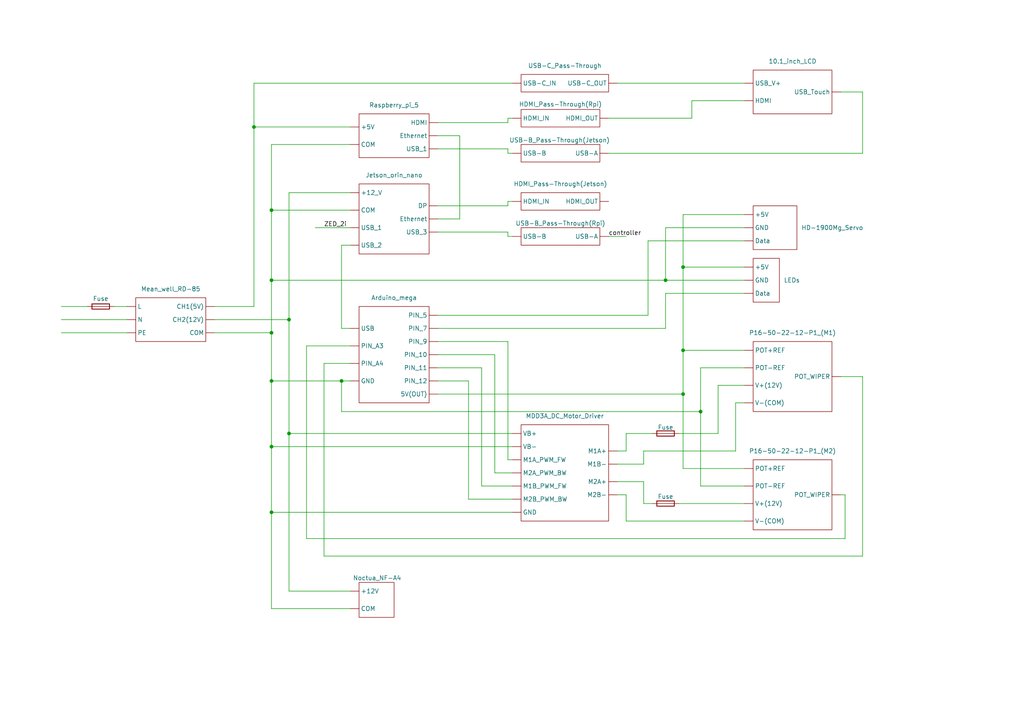
<source format=kicad_sch>
(kicad_sch (version 20250114) (generator "eeschema") (generator_version "9.0")
  (paper "A4")
  (title_block (title "MAZE") (date "2025-08-08") (company "NOV") (comment 1 "Schematic for maze summer project 2023, 2024 and 2025"))
  (lib_symbols
    (symbol "Device:Fuse" (pin_numbers (hide yes)) (pin_names (offset 0))
      (property "Reference" "F" (at 2.032 0 90))
      (property "Value" "Fuse" (at -1.905 0 90))
      (symbol "Fuse_0_1"
        (rectangle (start -0.762 -2.54) (end 0.762 2.54) (stroke (width 0.254)))
        (polyline (pts (xy 0 2.54) (xy 0 -2.54)))
      )
      (symbol "Fuse_1_1"
        (pin passive line (at 0 3.81 270) (length 1.27) (name "~") (number "1"))
        (pin passive line (at 0 -3.81 90) (length 1.27) (name "~") (number "2"))
      )
    )
    (symbol "Fuse_1" (pin_numbers (hide yes)) (pin_names (offset 0))
      (property "Reference" "F" (at 2.032 0 90))
      (property "Value" "Fuse" (at -1.905 0 90))
      (symbol "Fuse_1_0_1"
        (rectangle (start -0.762 -2.54) (end 0.762 2.54) (stroke (width 0.254)))
        (polyline (pts (xy 0 2.54) (xy 0 -2.54)))
      )
      (symbol "Fuse_1_1_1"
        (pin passive line (at 0 3.81 270) (length 1.27) (name "~") (number "1"))
        (pin passive line (at 0 -3.81 90) (length 1.27) (name "~") (number "2"))
      )
    )
    (symbol "Fuse_2" (pin_numbers (hide yes)) (pin_names (offset 0))
      (property "Reference" "F" (at 2.032 0 90))
      (property "Value" "Fuse" (at -1.905 0 90))
      (symbol "Fuse_2_0_1"
        (rectangle (start -0.762 -2.54) (end 0.762 2.54) (stroke (width 0.254)))
        (polyline (pts (xy 0 2.54) (xy 0 -2.54)))
      )
      (symbol "Fuse_2_1_1"
        (pin passive line (at 0 3.81 270) (length 1.27) (name "~") (number "1"))
        (pin passive line (at 0 -3.81 90) (length 1.27) (name "~") (number "2"))
      )
    )
    (symbol "HDMI_Pass-Through_1"
      (property "Reference" "HDMI_Pass-Through" (at 0 3.81 0))
      (symbol "HDMI_Pass-Through_1_0_1"
        (rectangle (start -11.43 2.54) (end 11.43 -2.54))
      )
      (symbol "HDMI_Pass-Through_1_1_1"
        (pin input line (at -13.97 0 0) (length 2.54) (name "HDMI_IN") (number ""))
        (pin output line (at 13.97 0 180) (length 2.54) (name "HDMI_OUT") (number ""))
      )
    )
    (symbol "P16-50-22-12-P_1"
      (property "Reference" "P16-50-22-12-P1_(M2)" (at 0 12.7 0))
      (symbol "P16-50-22-12-P_1_0_1"
        (rectangle (start -11.43 10.16) (end 11.43 -10.16))
      )
      (symbol "P16-50-22-12-P_1_1_1"
        (pin input line (at -13.97 7.62 0) (length 2.54) (name "POT+REF") (number ""))
        (pin input line (at -13.97 2.54 0) (length 2.54) (name "POT-REF") (number ""))
        (pin input line (at -13.97 -2.54 0) (length 2.54) (name "V+(12V)") (number ""))
        (pin input line (at -13.97 -7.62 0) (length 2.54) (name "V-(COM)") (number ""))
        (pin output line (at 13.97 0 180) (length 2.54) (name "POT_WIPER") (number ""))
      )
    )
    (symbol "USB-B_Pass-Through_1"
      (property "Reference" "USB-B_Pass-Through(Jetson)" (at -0.254 3.81 0))
      (symbol "USB-B_Pass-Through_1_0_1"
        (rectangle (start -11.43 2.54) (end 11.43 -2.54))
      )
      (symbol "USB-B_Pass-Through_1_1_1"
        (pin input line (at -13.97 0 0) (length 2.54) (name "USB-B") (number ""))
        (pin output line (at 13.97 0 180) (length 2.54) (name "USB-A") (number ""))
      )
    )
    (symbol "komponenter:10.1_inch_HDMI_LCD(E)"
      (property "Reference" "10.1_inch_LCD" (at 0 8.89 0))
      (symbol "10.1_inch_HDMI_LCD(E)_0_1"
        (rectangle (start -11.43 6.35) (end 11.43 -6.35))
      )
      (symbol "10.1_inch_HDMI_LCD(E)_1_1"
        (pin input line (at -13.97 2.54 0) (length 2.54) (name "USB_V+") (number ""))
        (pin input line (at -13.97 -2.54 0) (length 2.54) (name "HDMI") (number ""))
        (pin output line (at 13.97 0 180) (length 2.54) (name "USB_Touch") (number ""))
      )
    )
    (symbol "komponenter:Arduino_mega"
      (property "Reference" "Arduino_mega" (at 0 16.51 0))
      (symbol "Arduino_mega_0_1"
        (rectangle (start -10.16 13.97) (end 10.16 -13.97))
      )
      (symbol "Arduino_mega_1_1"
        (pin bidirectional line (at -12.7 7.62 0) (length 2.54) (name "USB") (number ""))
        (pin input line (at -12.7 2.54 0) (length 2.54) (name "PIN_A3") (number ""))
        (pin input line (at -12.7 -2.54 0) (length 2.54) (name "PIN_A4") (number ""))
        (pin bidirectional line (at -12.7 -7.62 0) (length 2.54) (name "GND") (number ""))
        (pin output line (at 12.7 11.43 180) (length 2.54) (name "PIN_5") (number ""))
        (pin output line (at 12.7 7.62 180) (length 2.54) (name "PIN_7") (number ""))
        (pin output line (at 12.7 3.81 180) (length 2.54) (name "PIN_9") (number ""))
        (pin output line (at 12.7 0 180) (length 2.54) (name "PIN_10") (number ""))
        (pin output line (at 12.7 -3.81 180) (length 2.54) (name "PIN_11") (number ""))
        (pin output line (at 12.7 -7.62 180) (length 2.54) (name "PIN_12") (number ""))
        (pin output line (at 12.7 -11.43 180) (length 2.54) (name "5V(OUT)") (number ""))
      )
    )
    (symbol "komponenter:HD-1900Mg"
      (property "Reference" "HD-1900Mg_Servo" (at 0 7.62 0))
      (symbol "HD-1900Mg_0_1"
        (rectangle (start -6.35 6.35) (end 6.35 -6.35))
      )
      (symbol "HD-1900Mg_1_1"
        (pin input line (at -8.89 3.81 0) (length 2.54) (name "+5V") (number ""))
        (pin input line (at -8.89 0 0) (length 2.54) (name "GND") (number ""))
        (pin input line (at -8.89 -3.81 0) (length 2.54) (name "Data") (number ""))
      )
    )
    (symbol "komponenter:HDMI_Pass-Through"
      (property "Reference" "HDMI_Pass-Through" (at 0 3.81 0))
      (symbol "HDMI_Pass-Through_0_1"
        (rectangle (start -11.43 2.54) (end 11.43 -2.54))
      )
      (symbol "HDMI_Pass-Through_1_1"
        (pin input line (at -13.97 0 0) (length 2.54) (name "HDMI_IN") (number ""))
        (pin output line (at 13.97 0 180) (length 2.54) (name "HDMI_OUT") (number ""))
      )
    )
    (symbol "komponenter:LED"
      (property "Reference" "LEDs" (at 0 7.62 0))
      (symbol "LED_0_1"
        (rectangle (start -3.81 6.35) (end 3.81 -6.35))
      )
      (symbol "LED_1_1"
        (pin input line (at -6.35 3.81 0) (length 2.54) (name "+5V") (number ""))
        (pin input line (at -6.35 0 0) (length 2.54) (name "GND") (number ""))
        (pin input line (at -6.35 -3.81 0) (length 2.54) (name "Data") (number ""))
      )
    )
    (symbol "komponenter:MDD3A_3Amp_4V-16V_DC_Motor_Driver"
      (property "Reference" "MDD3A_DC_Motor_Driver" (at 0 15.24 0))
      (symbol "MDD3A_3Amp_4V-16V_DC_Motor_Driver_0_1"
        (rectangle (start -12.7 13.97) (end 12.7 -13.97))
      )
      (symbol "MDD3A_3Amp_4V-16V_DC_Motor_Driver_1_1"
        (pin input line (at -15.24 11.43 0) (length 2.54) (name "VB+") (number ""))
        (pin input line (at -15.24 7.62 0) (length 2.54) (name "VB-") (number ""))
        (pin input line (at -15.24 3.81 0) (length 2.54) (name "M1A_PWM_FW") (number ""))
        (pin input line (at -15.24 0 0) (length 2.54) (name "M2A_PWM_BW") (number ""))
        (pin input line (at -15.24 -3.81 0) (length 2.54) (name "M1B_PWM_FW") (number ""))
        (pin input line (at -15.24 -7.62 0) (length 2.54) (name "M2B_PWM_BW") (number ""))
        (pin input line (at -15.24 -11.43 0) (length 2.54) (name "GND") (number ""))
        (pin output line (at 15.24 6.35 180) (length 2.54) (name "M1A+") (number ""))
        (pin output line (at 15.24 2.54 180) (length 2.54) (name "M1B-") (number ""))
        (pin output line (at 15.24 -2.54 180) (length 2.54) (name "M2A+") (number ""))
        (pin output line (at 15.24 -6.35 180) (length 2.54) (name "M2B-") (number ""))
      )
    )
    (symbol "komponenter:Mean_well_RD-85_power_supply"
      (property "Reference" "Mean_well_RD-85" (at 0 7.62 0))
      (symbol "Mean_well_RD-85_power_supply_0_1"
        (rectangle (start -10.16 6.35) (end 10.16 -6.35))
      )
      (symbol "Mean_well_RD-85_power_supply_1_1"
        (pin input line (at -12.7 3.81 0) (length 2.54) (name "L") (number ""))
        (pin input line (at -12.7 0 0) (length 2.54) (name "N") (number ""))
        (pin input line (at -12.7 -3.81 0) (length 2.54) (name "PE") (number ""))
        (pin output line (at 12.7 3.81 180) (length 2.54) (name "CH1(5V)") (number ""))
        (pin output line (at 12.7 0 180) (length 2.54) (name "CH2(12V)") (number ""))
        (pin output line (at 12.7 -3.81 180) (length 2.54) (name "COM") (number ""))
      )
    )
    (symbol "komponenter:Noctua_NF-A4x10_FLX_40mm"
      (property "Reference" "Noctua_NF-A4" (at 0 6.35 0))
      (symbol "Noctua_NF-A4x10_FLX_40mm_0_1"
        (rectangle (start -5.08 5.08) (end 5.08 -5.08))
      )
      (symbol "Noctua_NF-A4x10_FLX_40mm_1_1"
        (pin input line (at -7.62 2.54 0) (length 2.54) (name "+12V") (number ""))
        (pin input line (at -7.62 -2.54 0) (length 2.54) (name "COM") (number ""))
      )
    )
    (symbol "komponenter:Nvidia_jetson_orin_nano"
      (property "Reference" "Jetson_orin_nano" (at 0 12.7 0))
      (symbol "Nvidia_jetson_orin_nano_0_1"
        (rectangle (start -10.16 10.16) (end 10.16 -10.16))
      )
      (symbol "Nvidia_jetson_orin_nano_1_1"
        (pin input line (at -12.7 7.62 0) (length 2.54) (name "+12_V") (number ""))
        (pin input line (at -12.7 2.54 0) (length 2.54) (name "COM") (number ""))
        (pin bidirectional line (at -12.7 -2.54 0) (length 2.54) (name "USB_1") (number ""))
        (pin bidirectional line (at -12.7 -7.62 0) (length 2.54) (name "USB_2") (number ""))
        (pin output line (at 12.7 3.81 180) (length 2.54) (name "DP") (number ""))
        (pin bidirectional line (at 12.7 0 180) (length 2.54) (name "Ethernet") (number ""))
        (pin bidirectional line (at 12.7 -3.81 180) (length 2.54) (name "USB_3") (number ""))
      )
    )
    (symbol "komponenter:P16-50-22-12-P"
      (property "Reference" "P16-50-22-12-P1_(M1)" (at 0 12.7 0))
      (symbol "P16-50-22-12-P_0_1"
        (rectangle (start -11.43 10.16) (end 11.43 -10.16))
      )
      (symbol "P16-50-22-12-P_1_1"
        (pin input line (at -13.97 7.62 0) (length 2.54) (name "POT+REF") (number ""))
        (pin input line (at -13.97 2.54 0) (length 2.54) (name "POT-REF") (number ""))
        (pin input line (at -13.97 -2.54 0) (length 2.54) (name "V+(12V)") (number ""))
        (pin input line (at -13.97 -7.62 0) (length 2.54) (name "V-(COM)") (number ""))
        (pin output line (at 13.97 0 180) (length 2.54) (name "POT_WIPER") (number ""))
      )
    )
    (symbol "komponenter:Raspberry_pi_5"
      (property "Reference" "Raspberry_pi_5" (at 0 8.89 0))
      (symbol "Raspberry_pi_5_0_1"
        (rectangle (start -10.16 6.35) (end 10.16 -6.35))
      )
      (symbol "Raspberry_pi_5_1_1"
        (pin input line (at -12.7 2.54 0) (length 2.54) (name "+5V") (number ""))
        (pin input line (at -12.7 -2.54 0) (length 2.54) (name "COM") (number ""))
        (pin output line (at 12.7 3.81 180) (length 2.54) (name "HDMI") (number ""))
        (pin output line (at 12.7 0 180) (length 2.54) (name "Ethernet") (number ""))
        (pin output line (at 12.7 -3.81 180) (length 2.54) (name "USB_1") (number ""))
      )
    )
    (symbol "komponenter:USB-B_Pass-Through"
      (property "Reference" "USB-B_Pass-Through(Rpi)" (at 0 3.81 0))
      (symbol "USB-B_Pass-Through_0_1"
        (rectangle (start -11.43 2.54) (end 11.43 -2.54))
      )
      (symbol "USB-B_Pass-Through_1_1"
        (pin input line (at -13.97 0 0) (length 2.54) (name "USB-B") (number ""))
        (pin output line (at 13.97 0 180) (length 2.54) (name "USB-A") (number ""))
      )
    )
    (symbol "komponenter:USB-C_Pass-Through"
      (property "Reference" "USB-C_Pass-Through" (at 0 3.81 0))
      (symbol "USB-C_Pass-Through_0_1"
        (rectangle (start -12.7 2.54) (end 12.7 -2.54))
      )
      (symbol "USB-C_Pass-Through_1_1"
        (pin input line (at -15.24 0 0) (length 2.54) (name "USB-C_IN") (number ""))
        (pin output line (at 15.24 0 180) (length 2.54) (name "USB-C_OUT") (number ""))
      )
    )
  )
  (junction (at 73.66 36.83))
  (junction (at 83.82 125.73))
  (junction (at 193.04 81.28))
  (junction (at 78.74 129.54))
  (junction (at 78.74 81.28))
  (junction (at 78.74 60.96))
  (junction (at 78.74 110.49))
  (junction (at 99.06 110.49))
  (junction (at 198.12 114.3))
  (junction (at 78.74 96.52))
  (junction (at 203.2 119.38))
  (junction (at 198.12 101.6))
  (junction (at 198.12 77.47))
  (junction (at 78.74 148.59))
  (junction (at 83.82 92.71))
  (wire (pts (xy 78.74 81.28) (xy 193.04 81.28)))
  (wire (pts (xy 88.9 156.21) (xy 88.9 100.33)))
  (wire (pts (xy 73.66 24.13) (xy 73.66 36.83)))
  (wire (pts (xy 148.59 140.97) (xy 139.7 140.97)))
  (wire (pts (xy 83.82 55.88) (xy 101.6 55.88)))
  (wire (pts (xy 147.32 67.31) (xy 127 67.31)))
  (wire (pts (xy 179.07 24.13) (xy 215.9 24.13)))
  (wire (pts (xy 127 91.44) (xy 187.96 91.44)))
  (wire (pts (xy 33.02 88.9) (xy 36.83 88.9)))
  (wire (pts (xy 78.74 81.28) (xy 78.74 96.52)))
  (wire (pts (xy 78.74 129.54) (xy 78.74 148.59)))
  (wire (pts (xy 198.12 135.89) (xy 198.12 114.3)))
  (wire (pts (xy 250.19 44.45) (xy 176.53 44.45)))
  (wire (pts (xy 215.9 140.97) (xy 203.2 140.97)))
  (wire (pts (xy 148.59 133.35) (xy 147.32 133.35)))
  (wire (pts (xy 215.9 135.89) (xy 198.12 135.89)))
  (wire (pts (xy 147.32 133.35) (xy 147.32 99.06)))
  (wire (pts (xy 99.06 95.25) (xy 99.06 71.12)))
  (wire (pts (xy 83.82 171.45) (xy 83.82 125.73)))
  (wire (pts (xy 198.12 101.6) (xy 215.9 101.6)))
  (wire (pts (xy 148.59 144.78) (xy 135.89 144.78)))
  (wire (pts (xy 245.11 143.51) (xy 245.11 156.21)))
  (wire (pts (xy 147.32 43.18) (xy 127 43.18)))
  (wire (pts (xy 147.32 34.29) (xy 148.59 34.29)))
  (wire (pts (xy 181.61 151.13) (xy 215.9 151.13)))
  (wire (pts (xy 213.36 130.81) (xy 213.36 116.84)))
  (wire (pts (xy 78.74 148.59) (xy 148.59 148.59)))
  (wire (pts (xy 78.74 41.91) (xy 101.6 41.91)))
  (wire (pts (xy 101.6 95.25) (xy 99.06 95.25)))
  (wire (pts (xy 193.04 85.09) (xy 193.04 95.25)))
  (wire (pts (xy 186.69 130.81) (xy 213.36 130.81)))
  (wire (pts (xy 250.19 26.67) (xy 250.19 44.45)))
  (wire (pts (xy 17.78 88.9) (xy 25.4 88.9)))
  (wire (pts (xy 181.61 130.81) (xy 179.07 130.81)))
  (wire (pts (xy 78.74 41.91) (xy 78.74 60.96)))
  (wire (pts (xy 208.28 125.73) (xy 208.28 111.76)))
  (wire (pts (xy 78.74 60.96) (xy 101.6 60.96)))
  (wire (pts (xy 147.32 44.45) (xy 147.32 43.18)))
  (wire (pts (xy 181.61 143.51) (xy 181.61 151.13)))
  (wire (pts (xy 200.66 29.21) (xy 215.9 29.21)))
  (wire (pts (xy 186.69 130.81) (xy 186.69 134.62)))
  (wire (pts (xy 133.35 39.37) (xy 127 39.37)))
  (wire (pts (xy 186.69 134.62) (xy 179.07 134.62)))
  (wire (pts (xy 78.74 110.49) (xy 99.06 110.49)))
  (wire (pts (xy 17.78 96.52) (xy 36.83 96.52)))
  (wire (pts (xy 99.06 119.38) (xy 203.2 119.38)))
  (wire (pts (xy 78.74 110.49) (xy 78.74 129.54)))
  (wire (pts (xy 215.9 66.04) (xy 193.04 66.04)))
  (wire (pts (xy 203.2 106.68) (xy 203.2 119.38)))
  (wire (pts (xy 215.9 146.05) (xy 196.85 146.05)))
  (wire (pts (xy 73.66 88.9) (xy 73.66 36.83)))
  (wire (pts (xy 88.9 100.33) (xy 101.6 100.33)))
  (wire (pts (xy 143.51 102.87) (xy 143.51 137.16)))
  (wire (pts (xy 176.53 68.58) (xy 181.61 68.58)))
  (wire (pts (xy 73.66 36.83) (xy 101.6 36.83)))
  (wire (pts (xy 186.69 146.05) (xy 186.69 139.7)))
  (wire (pts (xy 17.78 92.71) (xy 36.83 92.71)))
  (wire (pts (xy 91.44 66.04) (xy 101.6 66.04)))
  (wire (pts (xy 147.32 59.69) (xy 127 59.69)))
  (wire (pts (xy 127 99.06) (xy 147.32 99.06)))
  (wire (pts (xy 215.9 77.47) (xy 198.12 77.47)))
  (wire (pts (xy 135.89 110.49) (xy 135.89 144.78)))
  (wire (pts (xy 187.96 69.85) (xy 215.9 69.85)))
  (wire (pts (xy 62.23 92.71) (xy 83.82 92.71)))
  (wire (pts (xy 78.74 129.54) (xy 148.59 129.54)))
  (wire (pts (xy 147.32 68.58) (xy 147.32 67.31)))
  (wire (pts (xy 250.19 109.22) (xy 250.19 161.29)))
  (wire (pts (xy 78.74 176.53) (xy 78.74 148.59)))
  (wire (pts (xy 245.11 156.21) (xy 88.9 156.21)))
  (wire (pts (xy 200.66 29.21) (xy 200.66 34.29)))
  (wire (pts (xy 243.84 109.22) (xy 250.19 109.22)))
  (wire (pts (xy 193.04 66.04) (xy 193.04 81.28)))
  (wire (pts (xy 215.9 62.23) (xy 198.12 62.23)))
  (wire (pts (xy 78.74 60.96) (xy 78.74 81.28)))
  (wire (pts (xy 83.82 92.71) (xy 83.82 125.73)))
  (wire (pts (xy 189.23 146.05) (xy 186.69 146.05)))
  (wire (pts (xy 203.2 140.97) (xy 203.2 119.38)))
  (wire (pts (xy 186.69 139.7) (xy 179.07 139.7)))
  (wire (pts (xy 148.59 137.16) (xy 143.51 137.16)))
  (wire (pts (xy 148.59 24.13) (xy 73.66 24.13)))
  (wire (pts (xy 101.6 171.45) (xy 83.82 171.45)))
  (wire (pts (xy 147.32 35.56) (xy 127 35.56)))
  (wire (pts (xy 243.84 26.67) (xy 250.19 26.67)))
  (wire (pts (xy 147.32 44.45) (xy 148.59 44.45)))
  (wire (pts (xy 93.98 105.41) (xy 101.6 105.41)))
  (wire (pts (xy 250.19 161.29) (xy 93.98 161.29)))
  (wire (pts (xy 99.06 110.49) (xy 101.6 110.49)))
  (wire (pts (xy 198.12 101.6) (xy 198.12 114.3)))
  (wire (pts (xy 99.06 110.49) (xy 99.06 119.38)))
  (wire (pts (xy 139.7 140.97) (xy 139.7 106.68)))
  (wire (pts (xy 127 102.87) (xy 143.51 102.87)))
  (wire (pts (xy 127 63.5) (xy 133.35 63.5)))
  (wire (pts (xy 245.11 143.51) (xy 243.84 143.51)))
  (wire (pts (xy 193.04 81.28) (xy 215.9 81.28)))
  (wire (pts (xy 147.32 58.42) (xy 147.32 59.69)))
  (wire (pts (xy 127 110.49) (xy 135.89 110.49)))
  (wire (pts (xy 62.23 96.52) (xy 78.74 96.52)))
  (wire (pts (xy 198.12 62.23) (xy 198.12 77.47)))
  (wire (pts (xy 83.82 125.73) (xy 148.59 125.73)))
  (wire (pts (xy 127 114.3) (xy 198.12 114.3)))
  (wire (pts (xy 179.07 143.51) (xy 181.61 143.51)))
  (wire (pts (xy 83.82 92.71) (xy 83.82 55.88)))
  (wire (pts (xy 62.23 88.9) (xy 73.66 88.9)))
  (wire (pts (xy 101.6 176.53) (xy 78.74 176.53)))
  (wire (pts (xy 196.85 125.73) (xy 208.28 125.73)))
  (wire (pts (xy 187.96 91.44) (xy 187.96 69.85)))
  (wire (pts (xy 208.28 111.76) (xy 215.9 111.76)))
  (wire (pts (xy 147.32 68.58) (xy 148.59 68.58)))
  (wire (pts (xy 193.04 95.25) (xy 127 95.25)))
  (wire (pts (xy 147.32 58.42) (xy 148.59 58.42)))
  (wire (pts (xy 78.74 96.52) (xy 78.74 110.49)))
  (wire (pts (xy 147.32 34.29) (xy 147.32 35.56)))
  (wire (pts (xy 181.61 125.73) (xy 181.61 130.81)))
  (wire (pts (xy 215.9 85.09) (xy 193.04 85.09)))
  (wire (pts (xy 181.61 125.73) (xy 189.23 125.73)))
  (wire (pts (xy 127 106.68) (xy 139.7 106.68)))
  (wire (pts (xy 215.9 106.68) (xy 203.2 106.68)))
  (wire (pts (xy 198.12 77.47) (xy 198.12 101.6)))
  (wire (pts (xy 176.53 34.29) (xy 200.66 34.29)))
  (wire (pts (xy 133.35 63.5) (xy 133.35 39.37)))
  (wire (pts (xy 93.98 161.29) (xy 93.98 105.41)))
  (wire (pts (xy 99.06 71.12) (xy 101.6 71.12)))
  (wire (pts (xy 213.36 116.84) (xy 215.9 116.84)))
  (label "controller" (at 176.53 68.58 0))
  (label "ZED_2i" (at 93.98 66.04 0))
  (symbol (lib_name "Fuse_1") (lib_id "Device:Fuse") (at 29.21 88.9 90) (unit 1)
    (property "Reference" "F3" (effects (hide yes)))
    (property "Value" "Fuse" (at 29.21 86.614 90))
    (property "Description" "Fuse" (effects (hide yes)))
  )
  (symbol (lib_name "USB-B_Pass-Through_1") (lib_id "komponenter:USB-B_Pass-Through") (at 162.56 44.45 0) (unit 1)
    (property "Reference" "USB-B_Pass-Through(Jetson)" (at 162.306 40.64 0))
  )
  (symbol (lib_id "komponenter:10.1_inch_HDMI_LCD(E)") (at 229.87 26.67 0) (unit 1)
    (property "Reference" "10.1_inch_LCD" (at 229.87 17.78 0))
  )
  (symbol (lib_name "P16-50-22-12-P_1") (lib_id "komponenter:P16-50-22-12-P") (at 229.87 143.51 0) (unit 1)
    (property "Reference" "P16-50-22-12-P1_(M2)" (at 229.87 130.81 0))
  )
  (symbol (lib_id "komponenter:USB-B_Pass-Through") (at 162.56 68.58 0) (unit 1)
    (property "Reference" "USB-B_Pass-Through(Rpi)" (at 162.56 64.77 0))
  )
  (symbol (lib_id "komponenter:USB-C_Pass-Through") (at 163.83 24.13 0) (unit 1)
    (property "Reference" "USB-C_Pass-Through" (at 163.83 19.05 0))
  )
  (symbol (lib_id "komponenter:Nvidia_jetson_orin_nano") (at 114.3 63.5 0) (unit 1)
    (property "Reference" "Jetson_orin_nano" (at 114.3 50.8 0))
  )
  (symbol (lib_id "komponenter:LED") (at 222.25 81.28 0) (unit 1)
    (property "Reference" "LEDs" (at 227.33 81.2799 0) (effects (justify left)))
  )
  (symbol (lib_name "Fuse_2") (lib_id "Device:Fuse") (at 193.04 125.73 90) (unit 1)
    (property "Reference" "F1" (effects (hide yes)))
    (property "Value" "Fuse" (at 193.04 123.952 90))
    (property "Description" "Fuse" (effects (hide yes)))
  )
  (symbol (lib_id "komponenter:Raspberry_pi_5") (at 114.3 39.37 0) (unit 1)
    (property "Reference" "Raspberry_pi_5" (at 114.3 30.48 0))
  )
  (symbol (lib_id "komponenter:MDD3A_3Amp_4V-16V_DC_Motor_Driver") (at 163.83 137.16 0) (unit 1)
    (property "Reference" "MDD3A_DC_Motor_Driver" (at 163.83 120.65 0))
  )
  (symbol (lib_id "komponenter:Arduino_mega") (at 114.3 102.87 0) (unit 1)
    (property "Reference" "Arduino_mega" (at 114.3 86.36 0))
  )
  (symbol (lib_id "komponenter:HD-1900Mg") (at 224.79 66.04 0) (unit 1)
    (property "Reference" "HD-1900Mg_Servo" (at 232.41 66.0399 0) (effects (justify left)))
  )
  (symbol (lib_id "Device:Fuse") (at 193.04 146.05 90) (unit 1)
    (property "Reference" "F2" (effects (hide yes)))
    (property "Value" "Fuse" (at 193.04 144.018 90))
    (property "Description" "Fuse" (effects (hide yes)))
  )
  (symbol (lib_id "komponenter:Noctua_NF-A4x10_FLX_40mm") (at 109.22 173.99 0) (unit 1)
    (property "Reference" "Noctua_NF-A4" (at 102.362 167.64 0) (effects (justify left)))
  )
  (symbol (lib_name "HDMI_Pass-Through_1") (lib_id "komponenter:HDMI_Pass-Through") (at 162.56 58.42 0) (unit 1)
    (property "Reference" "HDMI_Pass-Through(Jetson)" (at 162.56 53.34 0))
  )
  (symbol (lib_id "komponenter:HDMI_Pass-Through") (at 162.56 34.29 0) (unit 1)
    (property "Reference" "HDMI_Pass-Through(Rpi)" (at 162.56 30.226 0))
  )
  (symbol (lib_id "komponenter:Mean_well_RD-85_power_supply") (at 49.53 92.71 0) (unit 1)
    (property "Reference" "Mean_well_RD-85" (at 49.53 83.82 0))
  )
  (symbol (lib_id "komponenter:P16-50-22-12-P") (at 229.87 109.22 0) (unit 1)
    (property "Reference" "P16-50-22-12-P1_(M1)" (at 229.87 96.52 0))
  )
)
</source>
